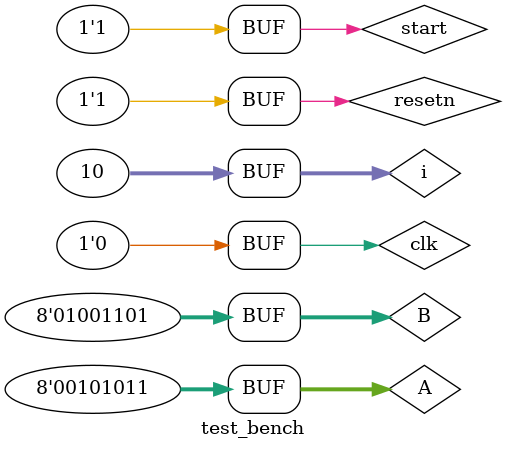
<source format=v>
module test_bench();
reg clk, resetn, start;
reg [7:0] A, B;
wire [15:0] P;
wire done;
integer i;
shift_multiply ut(.clk(clk), .resetn(resetn), .start(start), .A(A), .B(B), .P(P), .done(done));
initial
begin
	clk=0;resetn=0; 
	#2; clk=1; 
	A=8'b00101011; B= 8'b01001101;
	#2 resetn=1; clk=0; start=1'b1;
	for(i=0; i<=9;i=i+1) begin
	#20 clk =1; #20 clk=0;
	end
end
endmodule
</source>
